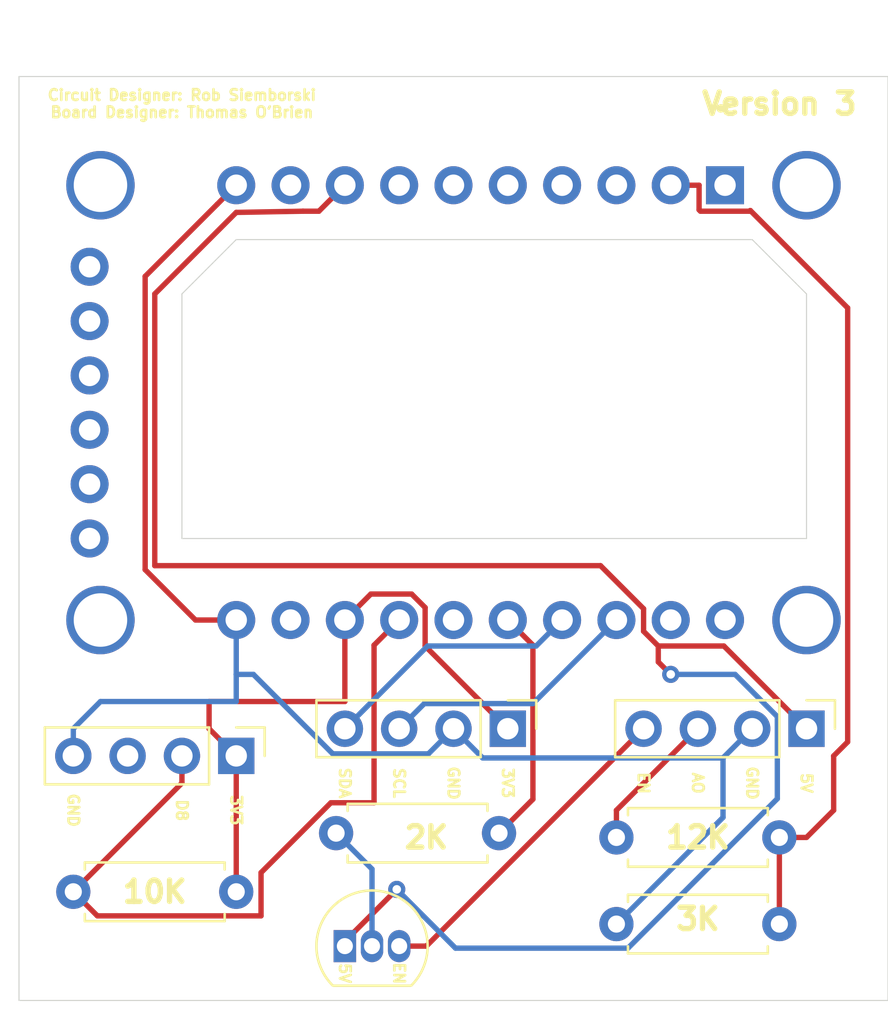
<source format=kicad_pcb>
(kicad_pcb (version 20171130) (host pcbnew 5.1.12-84ad8e8a86~92~ubuntu20.04.1)

  (general
    (thickness 1.6)
    (drawings 29)
    (tracks 91)
    (zones 0)
    (modules 9)
    (nets 24)
  )

  (page A4)
  (layers
    (0 F.Cu signal)
    (31 B.Cu signal)
    (32 B.Adhes user)
    (33 F.Adhes user)
    (34 B.Paste user)
    (35 F.Paste user)
    (36 B.SilkS user)
    (37 F.SilkS user)
    (38 B.Mask user)
    (39 F.Mask user)
    (40 Dwgs.User user)
    (41 Cmts.User user)
    (42 Eco1.User user)
    (43 Eco2.User user)
    (44 Edge.Cuts user)
    (45 Margin user)
    (46 B.CrtYd user)
    (47 F.CrtYd user)
    (48 B.Fab user)
    (49 F.Fab user)
  )

  (setup
    (last_trace_width 0.25)
    (trace_clearance 0.2)
    (zone_clearance 0.508)
    (zone_45_only no)
    (trace_min 0.2)
    (via_size 0.8)
    (via_drill 0.4)
    (via_min_size 0.4)
    (via_min_drill 0.3)
    (uvia_size 0.3)
    (uvia_drill 0.1)
    (uvias_allowed no)
    (uvia_min_size 0.2)
    (uvia_min_drill 0.1)
    (edge_width 0.05)
    (segment_width 0.2)
    (pcb_text_width 0.3)
    (pcb_text_size 1.5 1.5)
    (mod_edge_width 0.12)
    (mod_text_size 1 1)
    (mod_text_width 0.15)
    (pad_size 1.524 1.524)
    (pad_drill 0.762)
    (pad_to_mask_clearance 0)
    (aux_axis_origin 0 0)
    (visible_elements FFFFFF7F)
    (pcbplotparams
      (layerselection 0x010fc_ffffffff)
      (usegerberextensions false)
      (usegerberattributes true)
      (usegerberadvancedattributes true)
      (creategerberjobfile true)
      (excludeedgelayer true)
      (linewidth 0.100000)
      (plotframeref false)
      (viasonmask false)
      (mode 1)
      (useauxorigin false)
      (hpglpennumber 1)
      (hpglpenspeed 20)
      (hpglpendiameter 15.000000)
      (psnegative false)
      (psa4output false)
      (plotreference true)
      (plotvalue true)
      (plotinvisibletext false)
      (padsonsilk false)
      (subtractmaskfromsilk false)
      (outputformat 1)
      (mirror false)
      (drillshape 1)
      (scaleselection 1)
      (outputdirectory ""))
  )

  (net 0 "")
  (net 1 "Net-(A1-Pad20)")
  (net 2 "Net-(A1-Pad19)")
  (net 3 /SCL)
  (net 4 /SDA)
  (net 5 "Net-(A1-Pad16)")
  (net 6 "Net-(A1-Pad15)")
  (net 7 /D8)
  (net 8 /3V3)
  (net 9 "Net-(A1-Pad12)")
  (net 10 /GND)
  (net 11 "Net-(A1-Pad9)")
  (net 12 /5V)
  (net 13 "Net-(A1-Pad7)")
  (net 14 "Net-(A1-Pad6)")
  (net 15 "Net-(A1-Pad5)")
  (net 16 "Net-(A1-Pad4)")
  (net 17 "Net-(A1-Pad3)")
  (net 18 /AnalogPin)
  (net 19 "Net-(A1-Pad1)")
  (net 20 /Enable_MiCS5524)
  (net 21 "Net-(J3-Pad3)")
  (net 22 "Net-(Q1-Pad2)")
  (net 23 "Net-(J2-Pad3)")

  (net_class Default "This is the default net class."
    (clearance 0.2)
    (trace_width 0.25)
    (via_dia 0.8)
    (via_drill 0.4)
    (uvia_dia 0.3)
    (uvia_drill 0.1)
    (add_net /3V3)
    (add_net /5V)
    (add_net /AnalogPin)
    (add_net /D8)
    (add_net /Enable_MiCS5524)
    (add_net /GND)
    (add_net /SCL)
    (add_net /SDA)
    (add_net "Net-(A1-Pad1)")
    (add_net "Net-(A1-Pad12)")
    (add_net "Net-(A1-Pad15)")
    (add_net "Net-(A1-Pad16)")
    (add_net "Net-(A1-Pad19)")
    (add_net "Net-(A1-Pad20)")
    (add_net "Net-(A1-Pad3)")
    (add_net "Net-(A1-Pad4)")
    (add_net "Net-(A1-Pad5)")
    (add_net "Net-(A1-Pad6)")
    (add_net "Net-(A1-Pad7)")
    (add_net "Net-(A1-Pad9)")
    (add_net "Net-(J2-Pad3)")
    (add_net "Net-(J3-Pad3)")
    (add_net "Net-(Q1-Pad2)")
  )

  (module Connector_PinHeader_2.54mm:PinHeader_1x04_P2.54mm_Vertical (layer F.Cu) (tedit 59FED5CC) (tstamp 61EB7450)
    (at 52.07 46.99 270)
    (descr "Through hole straight pin header, 1x04, 2.54mm pitch, single row")
    (tags "Through hole pin header THT 1x04 2.54mm single row")
    (path /61EE9277)
    (fp_text reference J2 (at 0 -2.33 90) (layer F.SilkS) hide
      (effects (font (size 1 1) (thickness 0.15)))
    )
    (fp_text value Conn_01x04 (at 0 9.95 90) (layer F.Fab)
      (effects (font (size 1 1) (thickness 0.15)))
    )
    (fp_text user %R (at 0 3.81) (layer F.Fab)
      (effects (font (size 1 1) (thickness 0.15)))
    )
    (fp_line (start -0.635 -1.27) (end 1.27 -1.27) (layer F.Fab) (width 0.1))
    (fp_line (start 1.27 -1.27) (end 1.27 8.89) (layer F.Fab) (width 0.1))
    (fp_line (start 1.27 8.89) (end -1.27 8.89) (layer F.Fab) (width 0.1))
    (fp_line (start -1.27 8.89) (end -1.27 -0.635) (layer F.Fab) (width 0.1))
    (fp_line (start -1.27 -0.635) (end -0.635 -1.27) (layer F.Fab) (width 0.1))
    (fp_line (start -1.33 8.95) (end 1.33 8.95) (layer F.SilkS) (width 0.12))
    (fp_line (start -1.33 1.27) (end -1.33 8.95) (layer F.SilkS) (width 0.12))
    (fp_line (start 1.33 1.27) (end 1.33 8.95) (layer F.SilkS) (width 0.12))
    (fp_line (start -1.33 1.27) (end 1.33 1.27) (layer F.SilkS) (width 0.12))
    (fp_line (start -1.33 0) (end -1.33 -1.33) (layer F.SilkS) (width 0.12))
    (fp_line (start -1.33 -1.33) (end 0 -1.33) (layer F.SilkS) (width 0.12))
    (fp_line (start -1.8 -1.8) (end -1.8 9.4) (layer F.CrtYd) (width 0.05))
    (fp_line (start -1.8 9.4) (end 1.8 9.4) (layer F.CrtYd) (width 0.05))
    (fp_line (start 1.8 9.4) (end 1.8 -1.8) (layer F.CrtYd) (width 0.05))
    (fp_line (start 1.8 -1.8) (end -1.8 -1.8) (layer F.CrtYd) (width 0.05))
    (pad 4 thru_hole oval (at 0 7.62 270) (size 1.7 1.7) (drill 1) (layers *.Cu *.Mask)
      (net 10 /GND))
    (pad 3 thru_hole oval (at 0 5.08 270) (size 1.7 1.7) (drill 1) (layers *.Cu *.Mask)
      (net 23 "Net-(J2-Pad3)"))
    (pad 2 thru_hole oval (at 0 2.54 270) (size 1.7 1.7) (drill 1) (layers *.Cu *.Mask)
      (net 7 /D8))
    (pad 1 thru_hole rect (at 0 0 270) (size 1.7 1.7) (drill 1) (layers *.Cu *.Mask)
      (net 8 /3V3))
    (model ${KISYS3DMOD}/Connector_PinHeader_2.54mm.3dshapes/PinHeader_1x04_P2.54mm_Vertical.wrl
      (at (xyz 0 0 0))
      (scale (xyz 1 1 1))
      (rotate (xyz 0 0 0))
    )
  )

  (module Resistor_THT:R_Axial_DIN0207_L6.3mm_D2.5mm_P7.62mm_Horizontal (layer F.Cu) (tedit 5AE5139B) (tstamp 61EB6ECF)
    (at 56.74 50.6)
    (descr "Resistor, Axial_DIN0207 series, Axial, Horizontal, pin pitch=7.62mm, 0.25W = 1/4W, length*diameter=6.3*2.5mm^2, http://cdn-reichelt.de/documents/datenblatt/B400/1_4W%23YAG.pdf")
    (tags "Resistor Axial_DIN0207 series Axial Horizontal pin pitch 7.62mm 0.25W = 1/4W length 6.3mm diameter 2.5mm")
    (path /61EC62BC)
    (fp_text reference R4 (at 3.81 -2.37) (layer F.SilkS) hide
      (effects (font (size 1 1) (thickness 0.15)))
    )
    (fp_text value 2K (at 3.81 2.37) (layer F.Fab)
      (effects (font (size 1 1) (thickness 0.15)))
    )
    (fp_text user %R (at 3.81 0) (layer F.Fab)
      (effects (font (size 1 1) (thickness 0.15)))
    )
    (fp_line (start 0.66 -1.25) (end 0.66 1.25) (layer F.Fab) (width 0.1))
    (fp_line (start 0.66 1.25) (end 6.96 1.25) (layer F.Fab) (width 0.1))
    (fp_line (start 6.96 1.25) (end 6.96 -1.25) (layer F.Fab) (width 0.1))
    (fp_line (start 6.96 -1.25) (end 0.66 -1.25) (layer F.Fab) (width 0.1))
    (fp_line (start 0 0) (end 0.66 0) (layer F.Fab) (width 0.1))
    (fp_line (start 7.62 0) (end 6.96 0) (layer F.Fab) (width 0.1))
    (fp_line (start 0.54 -1.04) (end 0.54 -1.37) (layer F.SilkS) (width 0.12))
    (fp_line (start 0.54 -1.37) (end 7.08 -1.37) (layer F.SilkS) (width 0.12))
    (fp_line (start 7.08 -1.37) (end 7.08 -1.04) (layer F.SilkS) (width 0.12))
    (fp_line (start 0.54 1.04) (end 0.54 1.37) (layer F.SilkS) (width 0.12))
    (fp_line (start 0.54 1.37) (end 7.08 1.37) (layer F.SilkS) (width 0.12))
    (fp_line (start 7.08 1.37) (end 7.08 1.04) (layer F.SilkS) (width 0.12))
    (fp_line (start -1.05 -1.5) (end -1.05 1.5) (layer F.CrtYd) (width 0.05))
    (fp_line (start -1.05 1.5) (end 8.67 1.5) (layer F.CrtYd) (width 0.05))
    (fp_line (start 8.67 1.5) (end 8.67 -1.5) (layer F.CrtYd) (width 0.05))
    (fp_line (start 8.67 -1.5) (end -1.05 -1.5) (layer F.CrtYd) (width 0.05))
    (pad 2 thru_hole oval (at 7.62 0) (size 1.6 1.6) (drill 0.8) (layers *.Cu *.Mask)
      (net 5 "Net-(A1-Pad16)"))
    (pad 1 thru_hole circle (at 0 0) (size 1.6 1.6) (drill 0.8) (layers *.Cu *.Mask)
      (net 22 "Net-(Q1-Pad2)"))
    (model ${KISYS3DMOD}/Resistor_THT.3dshapes/R_Axial_DIN0207_L6.3mm_D2.5mm_P7.62mm_Horizontal.wrl
      (at (xyz 0 0 0))
      (scale (xyz 1 1 1))
      (rotate (xyz 0 0 0))
    )
  )

  (module Package_TO_SOT_THT:TO-92_Inline (layer F.Cu) (tedit 5A1DD157) (tstamp 61EB6E34)
    (at 57.15 55.88)
    (descr "TO-92 leads in-line, narrow, oval pads, drill 0.75mm (see NXP sot054_po.pdf)")
    (tags "to-92 sc-43 sc-43a sot54 PA33 transistor")
    (path /61ECC418)
    (fp_text reference Q1 (at 1.27 -3.56) (layer F.SilkS) hide
      (effects (font (size 1 1) (thickness 0.15)))
    )
    (fp_text value 2N3906 (at 1.27 2.79) (layer F.Fab)
      (effects (font (size 1 1) (thickness 0.15)))
    )
    (fp_arc (start 1.27 0) (end 1.27 -2.6) (angle 135) (layer F.SilkS) (width 0.12))
    (fp_arc (start 1.27 0) (end 1.27 -2.48) (angle -135) (layer F.Fab) (width 0.1))
    (fp_arc (start 1.27 0) (end 1.27 -2.6) (angle -135) (layer F.SilkS) (width 0.12))
    (fp_arc (start 1.27 0) (end 1.27 -2.48) (angle 135) (layer F.Fab) (width 0.1))
    (fp_text user %R (at 1.27 -3.56) (layer F.Fab)
      (effects (font (size 1 1) (thickness 0.15)))
    )
    (fp_line (start -0.53 1.85) (end 3.07 1.85) (layer F.SilkS) (width 0.12))
    (fp_line (start -0.5 1.75) (end 3 1.75) (layer F.Fab) (width 0.1))
    (fp_line (start -1.46 -2.73) (end 4 -2.73) (layer F.CrtYd) (width 0.05))
    (fp_line (start -1.46 -2.73) (end -1.46 2.01) (layer F.CrtYd) (width 0.05))
    (fp_line (start 4 2.01) (end 4 -2.73) (layer F.CrtYd) (width 0.05))
    (fp_line (start 4 2.01) (end -1.46 2.01) (layer F.CrtYd) (width 0.05))
    (pad 1 thru_hole rect (at 0 0) (size 1.05 1.5) (drill 0.75) (layers *.Cu *.Mask)
      (net 12 /5V))
    (pad 3 thru_hole oval (at 2.54 0) (size 1.05 1.5) (drill 0.75) (layers *.Cu *.Mask)
      (net 20 /Enable_MiCS5524))
    (pad 2 thru_hole oval (at 1.27 0) (size 1.05 1.5) (drill 0.75) (layers *.Cu *.Mask)
      (net 22 "Net-(Q1-Pad2)"))
    (model ${KISYS3DMOD}/Package_TO_SOT_THT.3dshapes/TO-92_Inline.wrl
      (at (xyz 0 0 0))
      (scale (xyz 1 1 1))
      (rotate (xyz 0 0 0))
    )
  )

  (module KiCADstuff:XCVR_ADA2471 (layer F.Cu) (tedit 61E6307C) (tstamp 61E6E0B5)
    (at 62.23 30.48 270)
    (path /61E6C28D)
    (fp_text reference A1 (at -9.065 -20.605 90) (layer F.SilkS) hide
      (effects (font (size 1 1) (thickness 0.15)))
    )
    (fp_text value Adafruit_HUZZAH_ESP8266_breakout (at -5.12 20.36 90) (layer F.Fab)
      (effects (font (size 1 1) (thickness 0.15)))
    )
    (fp_line (start -12.95 19.3) (end -12.95 -19.3) (layer F.CrtYd) (width 0.05))
    (fp_line (start 12.95 19.3) (end -12.95 19.3) (layer F.CrtYd) (width 0.05))
    (fp_line (start 12.95 -19.3) (end 12.95 19.3) (layer F.CrtYd) (width 0.05))
    (fp_line (start -12.95 -19.3) (end 12.95 -19.3) (layer F.CrtYd) (width 0.05))
    (fp_circle (center -13.75 -12.5) (end -13.65 -12.5) (layer F.Fab) (width 0.2))
    (fp_circle (center -13.75 -12.5) (end -13.65 -12.5) (layer F.SilkS) (width 0.2))
    (fp_line (start -12.7 19.05) (end -12.7 -19.05) (layer F.Fab) (width 0.127))
    (fp_line (start 12.7 19.05) (end -12.7 19.05) (layer F.Fab) (width 0.127))
    (fp_line (start 12.7 -19.05) (end 12.7 19.05) (layer F.Fab) (width 0.127))
    (fp_line (start -12.7 -19.05) (end 12.7 -19.05) (layer F.Fab) (width 0.127))
    (pad S4 thru_hole circle (at 10.16 -16.51 270) (size 3.2 3.2) (drill 2.5) (layers *.Cu *.Mask))
    (pad S3 thru_hole circle (at -10.16 -16.51 270) (size 3.2 3.2) (drill 2.5) (layers *.Cu *.Mask))
    (pad S2 thru_hole circle (at 10.16 16.51 270) (size 3.2 3.2) (drill 2.5) (layers *.Cu *.Mask))
    (pad S1 thru_hole circle (at -10.16 16.51 270) (size 3.2 3.2) (drill 2.5) (layers *.Cu *.Mask))
    (pad 26 thru_hole circle (at 6.35 17.018 270) (size 1.778 1.778) (drill 1) (layers *.Cu *.Mask))
    (pad 25 thru_hole circle (at 3.81 17.018 270) (size 1.778 1.778) (drill 1) (layers *.Cu *.Mask))
    (pad 24 thru_hole circle (at 1.27 17.018 270) (size 1.778 1.778) (drill 1) (layers *.Cu *.Mask))
    (pad 23 thru_hole circle (at -1.27 17.018 270) (size 1.778 1.778) (drill 1) (layers *.Cu *.Mask))
    (pad 22 thru_hole circle (at -3.81 17.018 270) (size 1.778 1.778) (drill 1) (layers *.Cu *.Mask))
    (pad 21 thru_hole circle (at -6.35 17.018 270) (size 1.778 1.778) (drill 1) (layers *.Cu *.Mask))
    (pad 20 thru_hole circle (at 10.16 -12.7 270) (size 1.778 1.778) (drill 1) (layers *.Cu *.Mask)
      (net 1 "Net-(A1-Pad20)"))
    (pad 19 thru_hole circle (at 10.16 -10.16 270) (size 1.778 1.778) (drill 1) (layers *.Cu *.Mask)
      (net 2 "Net-(A1-Pad19)"))
    (pad 18 thru_hole circle (at 10.16 -7.62 270) (size 1.778 1.778) (drill 1) (layers *.Cu *.Mask)
      (net 3 /SCL))
    (pad 17 thru_hole circle (at 10.16 -5.08 270) (size 1.778 1.778) (drill 1) (layers *.Cu *.Mask)
      (net 4 /SDA))
    (pad 16 thru_hole circle (at 10.16 -2.54 270) (size 1.778 1.778) (drill 1) (layers *.Cu *.Mask)
      (net 5 "Net-(A1-Pad16)"))
    (pad 15 thru_hole circle (at 10.16 0 270) (size 1.778 1.778) (drill 1) (layers *.Cu *.Mask)
      (net 6 "Net-(A1-Pad15)"))
    (pad 14 thru_hole circle (at 10.16 2.54 270) (size 1.778 1.778) (drill 1) (layers *.Cu *.Mask)
      (net 7 /D8))
    (pad 13 thru_hole circle (at 10.16 5.08 270) (size 1.778 1.778) (drill 1) (layers *.Cu *.Mask)
      (net 8 /3V3))
    (pad 12 thru_hole circle (at 10.16 7.62 270) (size 1.778 1.778) (drill 1) (layers *.Cu *.Mask)
      (net 9 "Net-(A1-Pad12)"))
    (pad 11 thru_hole circle (at 10.16 10.16 270) (size 1.778 1.778) (drill 1) (layers *.Cu *.Mask)
      (net 10 /GND))
    (pad 10 thru_hole circle (at -10.16 10.16 270) (size 1.778 1.778) (drill 1) (layers *.Cu *.Mask)
      (net 10 /GND))
    (pad 9 thru_hole circle (at -10.16 7.62 270) (size 1.778 1.778) (drill 1) (layers *.Cu *.Mask)
      (net 11 "Net-(A1-Pad9)"))
    (pad 8 thru_hole circle (at -10.16 5.08 270) (size 1.778 1.778) (drill 1) (layers *.Cu *.Mask)
      (net 12 /5V))
    (pad 7 thru_hole circle (at -10.16 2.54 270) (size 1.778 1.778) (drill 1) (layers *.Cu *.Mask)
      (net 13 "Net-(A1-Pad7)"))
    (pad 6 thru_hole circle (at -10.16 0 270) (size 1.778 1.778) (drill 1) (layers *.Cu *.Mask)
      (net 14 "Net-(A1-Pad6)"))
    (pad 5 thru_hole circle (at -10.16 -2.54 270) (size 1.778 1.778) (drill 1) (layers *.Cu *.Mask)
      (net 15 "Net-(A1-Pad5)"))
    (pad 4 thru_hole circle (at -10.16 -5.08 270) (size 1.778 1.778) (drill 1) (layers *.Cu *.Mask)
      (net 16 "Net-(A1-Pad4)"))
    (pad 3 thru_hole circle (at -10.16 -7.62 270) (size 1.778 1.778) (drill 1) (layers *.Cu *.Mask)
      (net 17 "Net-(A1-Pad3)"))
    (pad 2 thru_hole circle (at -10.16 -10.16 270) (size 1.778 1.778) (drill 1) (layers *.Cu *.Mask)
      (net 18 /AnalogPin))
    (pad 1 thru_hole rect (at -10.16 -12.7 270) (size 1.778 1.778) (drill 1) (layers *.Cu *.Mask)
      (net 19 "Net-(A1-Pad1)"))
  )

  (module Resistor_THT:R_Axial_DIN0207_L6.3mm_D2.5mm_P7.62mm_Horizontal (layer F.Cu) (tedit 5AE5139B) (tstamp 61EB6653)
    (at 69.85 54.85)
    (descr "Resistor, Axial_DIN0207 series, Axial, Horizontal, pin pitch=7.62mm, 0.25W = 1/4W, length*diameter=6.3*2.5mm^2, http://cdn-reichelt.de/documents/datenblatt/B400/1_4W%23YAG.pdf")
    (tags "Resistor Axial_DIN0207 series Axial Horizontal pin pitch 7.62mm 0.25W = 1/4W length 6.3mm diameter 2.5mm")
    (path /61EB8C12)
    (fp_text reference R3 (at 3.81 -2.37) (layer F.SilkS) hide
      (effects (font (size 1 1) (thickness 0.15)))
    )
    (fp_text value 3K (at 3.81 2.37) (layer F.Fab)
      (effects (font (size 1 1) (thickness 0.15)))
    )
    (fp_text user %R (at 3.81 0) (layer F.Fab)
      (effects (font (size 1 1) (thickness 0.15)))
    )
    (fp_line (start 0.66 -1.25) (end 0.66 1.25) (layer F.Fab) (width 0.1))
    (fp_line (start 0.66 1.25) (end 6.96 1.25) (layer F.Fab) (width 0.1))
    (fp_line (start 6.96 1.25) (end 6.96 -1.25) (layer F.Fab) (width 0.1))
    (fp_line (start 6.96 -1.25) (end 0.66 -1.25) (layer F.Fab) (width 0.1))
    (fp_line (start 0 0) (end 0.66 0) (layer F.Fab) (width 0.1))
    (fp_line (start 7.62 0) (end 6.96 0) (layer F.Fab) (width 0.1))
    (fp_line (start 0.54 -1.04) (end 0.54 -1.37) (layer F.SilkS) (width 0.12))
    (fp_line (start 0.54 -1.37) (end 7.08 -1.37) (layer F.SilkS) (width 0.12))
    (fp_line (start 7.08 -1.37) (end 7.08 -1.04) (layer F.SilkS) (width 0.12))
    (fp_line (start 0.54 1.04) (end 0.54 1.37) (layer F.SilkS) (width 0.12))
    (fp_line (start 0.54 1.37) (end 7.08 1.37) (layer F.SilkS) (width 0.12))
    (fp_line (start 7.08 1.37) (end 7.08 1.04) (layer F.SilkS) (width 0.12))
    (fp_line (start -1.05 -1.5) (end -1.05 1.5) (layer F.CrtYd) (width 0.05))
    (fp_line (start -1.05 1.5) (end 8.67 1.5) (layer F.CrtYd) (width 0.05))
    (fp_line (start 8.67 1.5) (end 8.67 -1.5) (layer F.CrtYd) (width 0.05))
    (fp_line (start 8.67 -1.5) (end -1.05 -1.5) (layer F.CrtYd) (width 0.05))
    (pad 2 thru_hole oval (at 7.62 0) (size 1.6 1.6) (drill 0.8) (layers *.Cu *.Mask)
      (net 18 /AnalogPin))
    (pad 1 thru_hole circle (at 0 0) (size 1.6 1.6) (drill 0.8) (layers *.Cu *.Mask)
      (net 10 /GND))
    (model ${KISYS3DMOD}/Resistor_THT.3dshapes/R_Axial_DIN0207_L6.3mm_D2.5mm_P7.62mm_Horizontal.wrl
      (at (xyz 0 0 0))
      (scale (xyz 1 1 1))
      (rotate (xyz 0 0 0))
    )
  )

  (module Resistor_THT:R_Axial_DIN0207_L6.3mm_D2.5mm_P7.62mm_Horizontal (layer F.Cu) (tedit 5AE5139B) (tstamp 61EB663C)
    (at 69.85 50.8)
    (descr "Resistor, Axial_DIN0207 series, Axial, Horizontal, pin pitch=7.62mm, 0.25W = 1/4W, length*diameter=6.3*2.5mm^2, http://cdn-reichelt.de/documents/datenblatt/B400/1_4W%23YAG.pdf")
    (tags "Resistor Axial_DIN0207 series Axial Horizontal pin pitch 7.62mm 0.25W = 1/4W length 6.3mm diameter 2.5mm")
    (path /61EB6F52)
    (fp_text reference R2 (at 3.81 -2.37) (layer F.SilkS) hide
      (effects (font (size 1 1) (thickness 0.15)))
    )
    (fp_text value 12K (at 3.81 2.37) (layer F.Fab)
      (effects (font (size 1 1) (thickness 0.15)))
    )
    (fp_text user %R (at 3.81 0) (layer F.Fab)
      (effects (font (size 1 1) (thickness 0.15)))
    )
    (fp_line (start 0.66 -1.25) (end 0.66 1.25) (layer F.Fab) (width 0.1))
    (fp_line (start 0.66 1.25) (end 6.96 1.25) (layer F.Fab) (width 0.1))
    (fp_line (start 6.96 1.25) (end 6.96 -1.25) (layer F.Fab) (width 0.1))
    (fp_line (start 6.96 -1.25) (end 0.66 -1.25) (layer F.Fab) (width 0.1))
    (fp_line (start 0 0) (end 0.66 0) (layer F.Fab) (width 0.1))
    (fp_line (start 7.62 0) (end 6.96 0) (layer F.Fab) (width 0.1))
    (fp_line (start 0.54 -1.04) (end 0.54 -1.37) (layer F.SilkS) (width 0.12))
    (fp_line (start 0.54 -1.37) (end 7.08 -1.37) (layer F.SilkS) (width 0.12))
    (fp_line (start 7.08 -1.37) (end 7.08 -1.04) (layer F.SilkS) (width 0.12))
    (fp_line (start 0.54 1.04) (end 0.54 1.37) (layer F.SilkS) (width 0.12))
    (fp_line (start 0.54 1.37) (end 7.08 1.37) (layer F.SilkS) (width 0.12))
    (fp_line (start 7.08 1.37) (end 7.08 1.04) (layer F.SilkS) (width 0.12))
    (fp_line (start -1.05 -1.5) (end -1.05 1.5) (layer F.CrtYd) (width 0.05))
    (fp_line (start -1.05 1.5) (end 8.67 1.5) (layer F.CrtYd) (width 0.05))
    (fp_line (start 8.67 1.5) (end 8.67 -1.5) (layer F.CrtYd) (width 0.05))
    (fp_line (start 8.67 -1.5) (end -1.05 -1.5) (layer F.CrtYd) (width 0.05))
    (pad 2 thru_hole oval (at 7.62 0) (size 1.6 1.6) (drill 0.8) (layers *.Cu *.Mask)
      (net 18 /AnalogPin))
    (pad 1 thru_hole circle (at 0 0) (size 1.6 1.6) (drill 0.8) (layers *.Cu *.Mask)
      (net 21 "Net-(J3-Pad3)"))
    (model ${KISYS3DMOD}/Resistor_THT.3dshapes/R_Axial_DIN0207_L6.3mm_D2.5mm_P7.62mm_Horizontal.wrl
      (at (xyz 0 0 0))
      (scale (xyz 1 1 1))
      (rotate (xyz 0 0 0))
    )
  )

  (module Connector_PinHeader_2.54mm:PinHeader_1x04_P2.54mm_Vertical (layer F.Cu) (tedit 59FED5CC) (tstamp 61E6E107)
    (at 78.74 45.72 270)
    (descr "Through hole straight pin header, 1x04, 2.54mm pitch, single row")
    (tags "Through hole pin header THT 1x04 2.54mm single row")
    (path /61E662A4)
    (fp_text reference J3 (at 0 -2.33 90) (layer F.SilkS) hide
      (effects (font (size 1 1) (thickness 0.15)))
    )
    (fp_text value MiCS5524 (at 0 9.95 90) (layer F.Fab)
      (effects (font (size 1 1) (thickness 0.15)))
    )
    (fp_line (start 1.8 -1.8) (end -1.8 -1.8) (layer F.CrtYd) (width 0.05))
    (fp_line (start 1.8 9.4) (end 1.8 -1.8) (layer F.CrtYd) (width 0.05))
    (fp_line (start -1.8 9.4) (end 1.8 9.4) (layer F.CrtYd) (width 0.05))
    (fp_line (start -1.8 -1.8) (end -1.8 9.4) (layer F.CrtYd) (width 0.05))
    (fp_line (start -1.33 -1.33) (end 0 -1.33) (layer F.SilkS) (width 0.12))
    (fp_line (start -1.33 0) (end -1.33 -1.33) (layer F.SilkS) (width 0.12))
    (fp_line (start -1.33 1.27) (end 1.33 1.27) (layer F.SilkS) (width 0.12))
    (fp_line (start 1.33 1.27) (end 1.33 8.95) (layer F.SilkS) (width 0.12))
    (fp_line (start -1.33 1.27) (end -1.33 8.95) (layer F.SilkS) (width 0.12))
    (fp_line (start -1.33 8.95) (end 1.33 8.95) (layer F.SilkS) (width 0.12))
    (fp_line (start -1.27 -0.635) (end -0.635 -1.27) (layer F.Fab) (width 0.1))
    (fp_line (start -1.27 8.89) (end -1.27 -0.635) (layer F.Fab) (width 0.1))
    (fp_line (start 1.27 8.89) (end -1.27 8.89) (layer F.Fab) (width 0.1))
    (fp_line (start 1.27 -1.27) (end 1.27 8.89) (layer F.Fab) (width 0.1))
    (fp_line (start -0.635 -1.27) (end 1.27 -1.27) (layer F.Fab) (width 0.1))
    (fp_text user %R (at 0 3.81) (layer F.Fab)
      (effects (font (size 1 1) (thickness 0.15)))
    )
    (pad 4 thru_hole oval (at 0 7.62 270) (size 1.7 1.7) (drill 1) (layers *.Cu *.Mask)
      (net 20 /Enable_MiCS5524))
    (pad 3 thru_hole oval (at 0 5.08 270) (size 1.7 1.7) (drill 1) (layers *.Cu *.Mask)
      (net 21 "Net-(J3-Pad3)"))
    (pad 2 thru_hole oval (at 0 2.54 270) (size 1.7 1.7) (drill 1) (layers *.Cu *.Mask)
      (net 10 /GND))
    (pad 1 thru_hole rect (at 0 0 270) (size 1.7 1.7) (drill 1) (layers *.Cu *.Mask)
      (net 12 /5V))
    (model ${KISYS3DMOD}/Connector_PinHeader_2.54mm.3dshapes/PinHeader_1x04_P2.54mm_Vertical.wrl
      (at (xyz 0 0 0))
      (scale (xyz 1 1 1))
      (rotate (xyz 0 0 0))
    )
  )

  (module Resistor_THT:R_Axial_DIN0207_L6.3mm_D2.5mm_P7.62mm_Horizontal (layer F.Cu) (tedit 5AE5139B) (tstamp 61E6E11E)
    (at 44.45 53.34)
    (descr "Resistor, Axial_DIN0207 series, Axial, Horizontal, pin pitch=7.62mm, 0.25W = 1/4W, length*diameter=6.3*2.5mm^2, http://cdn-reichelt.de/documents/datenblatt/B400/1_4W%23YAG.pdf")
    (tags "Resistor Axial_DIN0207 series Axial Horizontal pin pitch 7.62mm 0.25W = 1/4W length 6.3mm diameter 2.5mm")
    (path /61EA146A)
    (fp_text reference R1 (at 3.81 -2.37) (layer F.SilkS) hide
      (effects (font (size 1 1) (thickness 0.15)))
    )
    (fp_text value 10K (at 3.81 2.37) (layer F.Fab)
      (effects (font (size 1 1) (thickness 0.15)))
    )
    (fp_line (start 8.67 -1.5) (end -1.05 -1.5) (layer F.CrtYd) (width 0.05))
    (fp_line (start 8.67 1.5) (end 8.67 -1.5) (layer F.CrtYd) (width 0.05))
    (fp_line (start -1.05 1.5) (end 8.67 1.5) (layer F.CrtYd) (width 0.05))
    (fp_line (start -1.05 -1.5) (end -1.05 1.5) (layer F.CrtYd) (width 0.05))
    (fp_line (start 7.08 1.37) (end 7.08 1.04) (layer F.SilkS) (width 0.12))
    (fp_line (start 0.54 1.37) (end 7.08 1.37) (layer F.SilkS) (width 0.12))
    (fp_line (start 0.54 1.04) (end 0.54 1.37) (layer F.SilkS) (width 0.12))
    (fp_line (start 7.08 -1.37) (end 7.08 -1.04) (layer F.SilkS) (width 0.12))
    (fp_line (start 0.54 -1.37) (end 7.08 -1.37) (layer F.SilkS) (width 0.12))
    (fp_line (start 0.54 -1.04) (end 0.54 -1.37) (layer F.SilkS) (width 0.12))
    (fp_line (start 7.62 0) (end 6.96 0) (layer F.Fab) (width 0.1))
    (fp_line (start 0 0) (end 0.66 0) (layer F.Fab) (width 0.1))
    (fp_line (start 6.96 -1.25) (end 0.66 -1.25) (layer F.Fab) (width 0.1))
    (fp_line (start 6.96 1.25) (end 6.96 -1.25) (layer F.Fab) (width 0.1))
    (fp_line (start 0.66 1.25) (end 6.96 1.25) (layer F.Fab) (width 0.1))
    (fp_line (start 0.66 -1.25) (end 0.66 1.25) (layer F.Fab) (width 0.1))
    (fp_text user %R (at 3.81 0) (layer F.Fab)
      (effects (font (size 1 1) (thickness 0.15)))
    )
    (pad 2 thru_hole oval (at 7.62 0) (size 1.6 1.6) (drill 0.8) (layers *.Cu *.Mask)
      (net 8 /3V3))
    (pad 1 thru_hole circle (at 0 0) (size 1.6 1.6) (drill 0.8) (layers *.Cu *.Mask)
      (net 7 /D8))
    (model ${KISYS3DMOD}/Resistor_THT.3dshapes/R_Axial_DIN0207_L6.3mm_D2.5mm_P7.62mm_Horizontal.wrl
      (at (xyz 0 0 0))
      (scale (xyz 1 1 1))
      (rotate (xyz 0 0 0))
    )
  )

  (module Connector_PinHeader_2.54mm:PinHeader_1x04_P2.54mm_Vertical (layer F.Cu) (tedit 59FED5CC) (tstamp 61E6E0CD)
    (at 64.77 45.72 270)
    (descr "Through hole straight pin header, 1x04, 2.54mm pitch, single row")
    (tags "Through hole pin header THT 1x04 2.54mm single row")
    (path /61E65230)
    (fp_text reference J1 (at 0 -2.33 90) (layer F.SilkS) hide
      (effects (font (size 1 1) (thickness 0.15)))
    )
    (fp_text value BME280 (at 0 9.95 90) (layer F.Fab)
      (effects (font (size 1 1) (thickness 0.15)))
    )
    (fp_line (start 1.8 -1.8) (end -1.8 -1.8) (layer F.CrtYd) (width 0.05))
    (fp_line (start 1.8 9.4) (end 1.8 -1.8) (layer F.CrtYd) (width 0.05))
    (fp_line (start -1.8 9.4) (end 1.8 9.4) (layer F.CrtYd) (width 0.05))
    (fp_line (start -1.8 -1.8) (end -1.8 9.4) (layer F.CrtYd) (width 0.05))
    (fp_line (start -1.33 -1.33) (end 0 -1.33) (layer F.SilkS) (width 0.12))
    (fp_line (start -1.33 0) (end -1.33 -1.33) (layer F.SilkS) (width 0.12))
    (fp_line (start -1.33 1.27) (end 1.33 1.27) (layer F.SilkS) (width 0.12))
    (fp_line (start 1.33 1.27) (end 1.33 8.95) (layer F.SilkS) (width 0.12))
    (fp_line (start -1.33 1.27) (end -1.33 8.95) (layer F.SilkS) (width 0.12))
    (fp_line (start -1.33 8.95) (end 1.33 8.95) (layer F.SilkS) (width 0.12))
    (fp_line (start -1.27 -0.635) (end -0.635 -1.27) (layer F.Fab) (width 0.1))
    (fp_line (start -1.27 8.89) (end -1.27 -0.635) (layer F.Fab) (width 0.1))
    (fp_line (start 1.27 8.89) (end -1.27 8.89) (layer F.Fab) (width 0.1))
    (fp_line (start 1.27 -1.27) (end 1.27 8.89) (layer F.Fab) (width 0.1))
    (fp_line (start -0.635 -1.27) (end 1.27 -1.27) (layer F.Fab) (width 0.1))
    (fp_text user %R (at 0 3.81) (layer F.Fab)
      (effects (font (size 1 1) (thickness 0.15)))
    )
    (pad 4 thru_hole oval (at 0 7.62 270) (size 1.7 1.7) (drill 1) (layers *.Cu *.Mask)
      (net 4 /SDA))
    (pad 3 thru_hole oval (at 0 5.08 270) (size 1.7 1.7) (drill 1) (layers *.Cu *.Mask)
      (net 3 /SCL))
    (pad 2 thru_hole oval (at 0 2.54 270) (size 1.7 1.7) (drill 1) (layers *.Cu *.Mask)
      (net 10 /GND))
    (pad 1 thru_hole rect (at 0 0 270) (size 1.7 1.7) (drill 1) (layers *.Cu *.Mask)
      (net 8 /3V3))
    (model ${KISYS3DMOD}/Connector_PinHeader_2.54mm.3dshapes/PinHeader_1x04_P2.54mm_Vertical.wrl
      (at (xyz 0 0 0))
      (scale (xyz 1 1 1))
      (rotate (xyz 0 0 0))
    )
  )

  (gr_line (start 52.07 22.86) (end 49.53 25.4) (layer Edge.Cuts) (width 0.05) (tstamp 61EB7B5C))
  (gr_line (start 76.2 22.86) (end 52.07 22.86) (layer Edge.Cuts) (width 0.05))
  (gr_line (start 78.74 25.4) (end 76.2 22.86) (layer Edge.Cuts) (width 0.05))
  (gr_line (start 78.74 36.83) (end 78.74 25.4) (layer Edge.Cuts) (width 0.05))
  (gr_line (start 49.53 36.83) (end 78.74 36.83) (layer Edge.Cuts) (width 0.05))
  (gr_line (start 49.53 25.4) (end 49.53 36.83) (layer Edge.Cuts) (width 0.05))
  (gr_line (start 82.55 15.24) (end 41.91 15.24) (layer Edge.Cuts) (width 0.05) (tstamp 61EB77E1))
  (gr_line (start 82.55 58.42) (end 82.55 15.24) (layer Edge.Cuts) (width 0.05))
  (gr_line (start 41.91 58.42) (end 82.55 58.42) (layer Edge.Cuts) (width 0.05))
  (gr_line (start 41.91 15.24) (end 41.91 58.42) (layer Edge.Cuts) (width 0.05))
  (gr_text AO (at 73.66 48.26 -90) (layer F.SilkS) (tstamp 61EB76F4)
    (effects (font (size 0.5 0.5) (thickness 0.125)))
  )
  (gr_text SCL (at 59.69 48.26 -90) (layer F.SilkS) (tstamp 61EB76EC)
    (effects (font (size 0.5 0.5) (thickness 0.125)))
  )
  (gr_text SDA (at 57.15 48.26 -90) (layer F.SilkS) (tstamp 61EB76E8)
    (effects (font (size 0.5 0.5) (thickness 0.125)))
  )
  (gr_text EN (at 71.12 48.26 -90) (layer F.SilkS) (tstamp 61EB76E4)
    (effects (font (size 0.5 0.5) (thickness 0.125)))
  )
  (gr_text 5V (at 78.74 48.26 -90) (layer F.SilkS) (tstamp 61EB76CE)
    (effects (font (size 0.5 0.5) (thickness 0.125)))
  )
  (gr_text 5V (at 57.15 57.15 -90) (layer F.SilkS) (tstamp 61EB76B9)
    (effects (font (size 0.5 0.5) (thickness 0.125)))
  )
  (gr_text EN (at 59.69 57.15 -90) (layer F.SilkS) (tstamp 61EB76A4)
    (effects (font (size 0.5 0.5) (thickness 0.125)))
  )
  (gr_text D8 (at 49.53 49.53 -90) (layer F.SilkS) (tstamp 61EB76A0)
    (effects (font (size 0.5 0.5) (thickness 0.125)))
  )
  (gr_text 3V3 (at 64.77 48.26 -90) (layer F.SilkS) (tstamp 61EB7699)
    (effects (font (size 0.5 0.5) (thickness 0.125)))
  )
  (gr_text 3V3 (at 52.07 49.53 -90) (layer F.SilkS) (tstamp 61EB7694)
    (effects (font (size 0.5 0.5) (thickness 0.125)))
  )
  (gr_text 10K (at 48.26 53.34) (layer F.SilkS) (tstamp 61EB768E)
    (effects (font (size 1 1) (thickness 0.25)))
  )
  (gr_text 2K (at 60.96 50.8) (layer F.SilkS) (tstamp 61EB7689)
    (effects (font (size 1 1) (thickness 0.25)))
  )
  (gr_text 3K (at 73.66 54.61) (layer F.SilkS) (tstamp 61EB766C)
    (effects (font (size 1 1) (thickness 0.25)))
  )
  (gr_text 12K (at 73.66 50.8) (layer F.SilkS)
    (effects (font (size 1 1) (thickness 0.25)))
  )
  (gr_text GND (at 76.2 48.26 -90) (layer F.SilkS) (tstamp 61EB7629)
    (effects (font (size 0.5 0.5) (thickness 0.125)))
  )
  (gr_text GND (at 62.23 48.26 -90) (layer F.SilkS) (tstamp 61EB7627)
    (effects (font (size 0.5 0.5) (thickness 0.125)))
  )
  (gr_text GND (at 44.45 49.53 -90) (layer F.SilkS)
    (effects (font (size 0.5 0.5) (thickness 0.125)))
  )
  (gr_text "Version 3" (at 77.47 16.51) (layer F.SilkS)
    (effects (font (size 1 1) (thickness 0.25)))
  )
  (gr_text "Circuit Designer: Rob Siemborski\nBoard Designer: Thomas O'Brien" (at 49.53 16.51) (layer F.SilkS)
    (effects (font (size 0.5 0.5) (thickness 0.125)))
  )

  (segment (start 65.945001 44.544999) (end 69.85 40.64) (width 0.25) (layer B.Cu) (net 3))
  (segment (start 60.865001 44.544999) (end 65.945001 44.544999) (width 0.25) (layer B.Cu) (net 3))
  (segment (start 59.69 45.72) (end 60.865001 44.544999) (width 0.25) (layer B.Cu) (net 3))
  (segment (start 66.095999 41.854001) (end 67.31 40.64) (width 0.25) (layer B.Cu) (net 4))
  (segment (start 61.015999 41.854001) (end 66.095999 41.854001) (width 0.25) (layer B.Cu) (net 4))
  (segment (start 57.15 45.72) (end 61.015999 41.854001) (width 0.25) (layer B.Cu) (net 4))
  (segment (start 65.945001 49.014999) (end 65.945001 41.815001) (width 0.25) (layer F.Cu) (net 5))
  (segment (start 65.945001 41.815001) (end 64.77 40.64) (width 0.25) (layer F.Cu) (net 5))
  (segment (start 64.36 50.6) (end 65.945001 49.014999) (width 0.25) (layer F.Cu) (net 5))
  (segment (start 53.230001 54.465001) (end 45.575001 54.465001) (width 0.25) (layer F.Cu) (net 7))
  (segment (start 58.514999 41.815001) (end 58.514999 49.180003) (width 0.25) (layer F.Cu) (net 7))
  (segment (start 59.69 40.64) (end 58.514999 41.815001) (width 0.25) (layer F.Cu) (net 7))
  (segment (start 45.575001 54.465001) (end 44.45 53.34) (width 0.25) (layer F.Cu) (net 7))
  (segment (start 56.494995 49.180003) (end 58.514999 49.180003) (width 0.25) (layer F.Cu) (net 7))
  (segment (start 53.230001 52.444997) (end 56.494995 49.180003) (width 0.25) (layer F.Cu) (net 7))
  (segment (start 53.230001 54.465001) (end 53.230001 52.444997) (width 0.25) (layer F.Cu) (net 7))
  (segment (start 49.53 48.26) (end 44.45 53.34) (width 0.25) (layer F.Cu) (net 7))
  (segment (start 49.53 46.99) (end 49.53 48.26) (width 0.25) (layer F.Cu) (net 7))
  (segment (start 58.364001 39.425999) (end 57.15 40.64) (width 0.25) (layer F.Cu) (net 8))
  (segment (start 60.272721 39.425999) (end 58.364001 39.425999) (width 0.25) (layer F.Cu) (net 8))
  (segment (start 60.904001 40.057279) (end 60.272721 39.425999) (width 0.25) (layer F.Cu) (net 8))
  (segment (start 60.904001 41.854001) (end 60.904001 40.057279) (width 0.25) (layer F.Cu) (net 8))
  (segment (start 64.77 45.72) (end 60.904001 41.854001) (width 0.25) (layer F.Cu) (net 8))
  (segment (start 57.15 44.45) (end 50.8 44.45) (width 0.25) (layer F.Cu) (net 8))
  (segment (start 57.15 40.64) (end 57.15 44.45) (width 0.25) (layer F.Cu) (net 8))
  (segment (start 52.07 53.34) (end 52.07 46.99) (width 0.25) (layer F.Cu) (net 8))
  (segment (start 50.8 45.72) (end 52.07 46.99) (width 0.25) (layer F.Cu) (net 8))
  (segment (start 50.8 44.45) (end 50.8 45.72) (width 0.25) (layer F.Cu) (net 8))
  (segment (start 61.054999 46.895001) (end 62.23 45.72) (width 0.25) (layer B.Cu) (net 10))
  (segment (start 74.835001 47.084999) (end 76.2 45.72) (width 0.25) (layer B.Cu) (net 10))
  (segment (start 63.594999 47.084999) (end 74.835001 47.084999) (width 0.25) (layer B.Cu) (net 10))
  (segment (start 62.23 45.72) (end 63.594999 47.084999) (width 0.25) (layer B.Cu) (net 10))
  (segment (start 45.72 44.45) (end 52.07 44.45) (width 0.25) (layer B.Cu) (net 10))
  (segment (start 44.45 45.72) (end 45.72 44.45) (width 0.25) (layer B.Cu) (net 10))
  (segment (start 74.835001 49.864999) (end 74.835001 47.084999) (width 0.25) (layer B.Cu) (net 10))
  (segment (start 69.85 54.85) (end 74.835001 49.864999) (width 0.25) (layer B.Cu) (net 10))
  (segment (start 52.870998 43.18) (end 52.07 43.18) (width 0.25) (layer B.Cu) (net 10))
  (segment (start 56.585999 46.895001) (end 52.870998 43.18) (width 0.25) (layer B.Cu) (net 10))
  (segment (start 61.054999 46.895001) (end 56.585999 46.895001) (width 0.25) (layer B.Cu) (net 10))
  (segment (start 52.07 43.18) (end 52.07 40.64) (width 0.25) (layer B.Cu) (net 10))
  (segment (start 52.07 44.45) (end 52.07 43.18) (width 0.25) (layer B.Cu) (net 10))
  (segment (start 44.45 45.72) (end 44.45 46.99) (width 0.25) (layer B.Cu) (net 10))
  (segment (start 47.809989 38.2864) (end 47.809989 24.580011) (width 0.25) (layer F.Cu) (net 10))
  (segment (start 52.07 40.64) (end 50.163589 40.64) (width 0.25) (layer F.Cu) (net 10))
  (segment (start 50.163589 40.64) (end 47.809989 38.2864) (width 0.25) (layer F.Cu) (net 10))
  (segment (start 47.809989 24.580011) (end 51.181001 21.208999) (width 0.25) (layer F.Cu) (net 10))
  (segment (start 51.181001 21.208999) (end 52.07 20.32) (width 0.25) (layer F.Cu) (net 10))
  (segment (start 74.874001 41.854001) (end 71.807279 41.854001) (width 0.25) (layer F.Cu) (net 12))
  (segment (start 78.74 45.72) (end 74.874001 41.854001) (width 0.25) (layer F.Cu) (net 12))
  (segment (start 57.15 55.655) (end 57.15 55.88) (width 0.25) (layer F.Cu) (net 12))
  (segment (start 59.5775 53.2275) (end 57.15 55.655) (width 0.25) (layer F.Cu) (net 12) (tstamp 61EB6EFA))
  (via (at 59.5775 53.2275) (size 0.8) (drill 0.4) (layers F.Cu B.Cu) (net 12))
  (via (at 72.39 43.18) (size 0.8) (drill 0.4) (layers F.Cu B.Cu) (net 12))
  (segment (start 71.807279 42.597279) (end 72.39 43.18) (width 0.25) (layer F.Cu) (net 12))
  (segment (start 71.807279 41.854001) (end 71.807279 42.597279) (width 0.25) (layer F.Cu) (net 12))
  (segment (start 62.325001 55.975001) (end 59.5775 53.2275) (width 0.25) (layer B.Cu) (net 12))
  (segment (start 70.390001 55.975001) (end 62.325001 55.975001) (width 0.25) (layer B.Cu) (net 12))
  (segment (start 77.375001 48.990001) (end 70.390001 55.975001) (width 0.25) (layer B.Cu) (net 12))
  (segment (start 77.375001 45.155999) (end 77.375001 48.990001) (width 0.25) (layer B.Cu) (net 12))
  (segment (start 75.399002 43.18) (end 77.375001 45.155999) (width 0.25) (layer B.Cu) (net 12))
  (segment (start 72.39 43.18) (end 75.399002 43.18) (width 0.25) (layer B.Cu) (net 12))
  (segment (start 52.07 21.59) (end 55.192721 21.534001) (width 0.25) (layer F.Cu) (net 12))
  (segment (start 48.26 25.4) (end 52.07 21.59) (width 0.25) (layer F.Cu) (net 12))
  (segment (start 48.26 38.1) (end 48.26 25.4) (width 0.25) (layer F.Cu) (net 12))
  (segment (start 69.106722 38.1) (end 48.26 38.1) (width 0.25) (layer F.Cu) (net 12))
  (segment (start 71.12 41.166722) (end 71.12 40.113278) (width 0.25) (layer F.Cu) (net 12))
  (segment (start 71.12 40.113278) (end 69.106722 38.1) (width 0.25) (layer F.Cu) (net 12))
  (segment (start 71.807279 41.854001) (end 71.12 41.166722) (width 0.25) (layer F.Cu) (net 12))
  (segment (start 55.935999 21.534001) (end 57.15 20.32) (width 0.25) (layer F.Cu) (net 12))
  (segment (start 55.192721 21.534001) (end 55.935999 21.534001) (width 0.25) (layer F.Cu) (net 12))
  (segment (start 77.47 54.85) (end 77.47 50.8) (width 0.25) (layer F.Cu) (net 18))
  (segment (start 78.74 50.8) (end 77.47 50.8) (width 0.25) (layer F.Cu) (net 18))
  (segment (start 80.01 49.53) (end 78.74 50.8) (width 0.25) (layer F.Cu) (net 18))
  (segment (start 80.665001 46.334999) (end 80.01 46.99) (width 0.25) (layer F.Cu) (net 18))
  (segment (start 80.665001 26.055001) (end 80.665001 46.334999) (width 0.25) (layer F.Cu) (net 18))
  (segment (start 76.111501 21.501501) (end 80.665001 26.055001) (width 0.25) (layer F.Cu) (net 18))
  (segment (start 76.079001 21.534001) (end 76.111501 21.501501) (width 0.25) (layer F.Cu) (net 18))
  (segment (start 73.780999 21.534001) (end 76.079001 21.534001) (width 0.25) (layer F.Cu) (net 18))
  (segment (start 73.715999 21.469001) (end 73.780999 21.534001) (width 0.25) (layer F.Cu) (net 18))
  (segment (start 73.715999 20.32) (end 73.715999 21.469001) (width 0.25) (layer F.Cu) (net 18))
  (segment (start 80.01 46.99) (end 80.01 49.53) (width 0.25) (layer F.Cu) (net 18))
  (segment (start 72.39 20.32) (end 73.715999 20.32) (width 0.25) (layer F.Cu) (net 18))
  (segment (start 70.905002 45.72) (end 71.12 45.72) (width 0.25) (layer F.Cu) (net 20))
  (segment (start 60.96 55.88) (end 71.12 45.72) (width 0.25) (layer F.Cu) (net 20))
  (segment (start 59.69 55.88) (end 60.96 55.88) (width 0.25) (layer F.Cu) (net 20))
  (segment (start 73.209991 45.906401) (end 73.209991 45.72) (width 0.25) (layer F.Cu) (net 21))
  (segment (start 73.66 46.35641) (end 73.209991 45.906401) (width 0.25) (layer F.Cu) (net 21))
  (segment (start 69.85 49.53) (end 73.66 45.72) (width 0.25) (layer F.Cu) (net 21))
  (segment (start 69.85 50.8) (end 69.85 49.53) (width 0.25) (layer F.Cu) (net 21))
  (segment (start 58.42 52.28) (end 58.42 55.88) (width 0.25) (layer B.Cu) (net 22))
  (segment (start 56.74 50.6) (end 58.42 52.28) (width 0.25) (layer B.Cu) (net 22))

)

</source>
